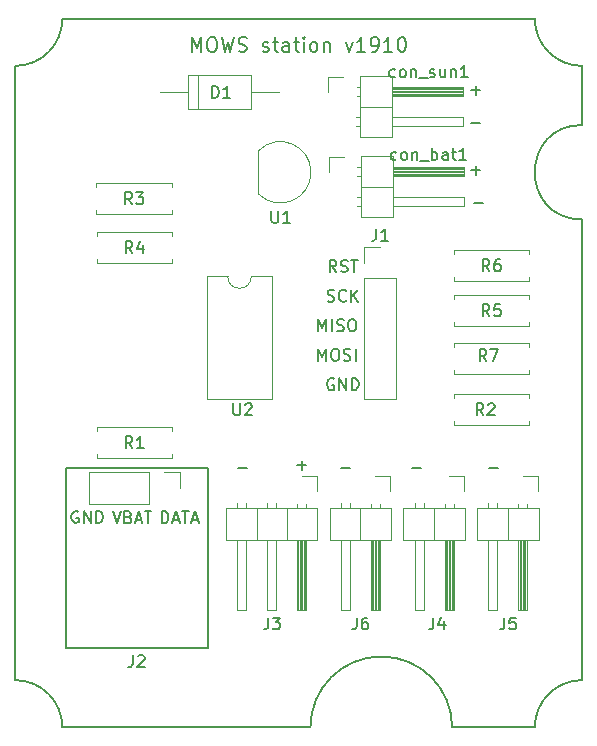
<source format=gbr>
G04 #@! TF.GenerationSoftware,KiCad,Pcbnew,5.1.4*
G04 #@! TF.CreationDate,2019-10-24T12:56:27-03:00*
G04 #@! TF.ProjectId,mows,6d6f7773-2e6b-4696-9361-645f70636258,rev?*
G04 #@! TF.SameCoordinates,Original*
G04 #@! TF.FileFunction,Legend,Top*
G04 #@! TF.FilePolarity,Positive*
%FSLAX46Y46*%
G04 Gerber Fmt 4.6, Leading zero omitted, Abs format (unit mm)*
G04 Created by KiCad (PCBNEW 5.1.4) date 2019-10-24 12:56:27*
%MOMM*%
%LPD*%
G04 APERTURE LIST*
%ADD10C,0.200000*%
%ADD11C,0.150000*%
%ADD12C,0.120000*%
G04 APERTURE END LIST*
D10*
X137971428Y-71792857D02*
X137971428Y-70592857D01*
X138371428Y-71450000D01*
X138771428Y-70592857D01*
X138771428Y-71792857D01*
X139571428Y-70592857D02*
X139800000Y-70592857D01*
X139914285Y-70650000D01*
X140028571Y-70764285D01*
X140085714Y-70992857D01*
X140085714Y-71392857D01*
X140028571Y-71621428D01*
X139914285Y-71735714D01*
X139800000Y-71792857D01*
X139571428Y-71792857D01*
X139457142Y-71735714D01*
X139342857Y-71621428D01*
X139285714Y-71392857D01*
X139285714Y-70992857D01*
X139342857Y-70764285D01*
X139457142Y-70650000D01*
X139571428Y-70592857D01*
X140485714Y-70592857D02*
X140771428Y-71792857D01*
X141000000Y-70935714D01*
X141228571Y-71792857D01*
X141514285Y-70592857D01*
X141914285Y-71735714D02*
X142085714Y-71792857D01*
X142371428Y-71792857D01*
X142485714Y-71735714D01*
X142542857Y-71678571D01*
X142600000Y-71564285D01*
X142600000Y-71450000D01*
X142542857Y-71335714D01*
X142485714Y-71278571D01*
X142371428Y-71221428D01*
X142142857Y-71164285D01*
X142028571Y-71107142D01*
X141971428Y-71050000D01*
X141914285Y-70935714D01*
X141914285Y-70821428D01*
X141971428Y-70707142D01*
X142028571Y-70650000D01*
X142142857Y-70592857D01*
X142428571Y-70592857D01*
X142600000Y-70650000D01*
X143971428Y-71735714D02*
X144085714Y-71792857D01*
X144314285Y-71792857D01*
X144428571Y-71735714D01*
X144485714Y-71621428D01*
X144485714Y-71564285D01*
X144428571Y-71450000D01*
X144314285Y-71392857D01*
X144142857Y-71392857D01*
X144028571Y-71335714D01*
X143971428Y-71221428D01*
X143971428Y-71164285D01*
X144028571Y-71050000D01*
X144142857Y-70992857D01*
X144314285Y-70992857D01*
X144428571Y-71050000D01*
X144828571Y-70992857D02*
X145285714Y-70992857D01*
X145000000Y-70592857D02*
X145000000Y-71621428D01*
X145057142Y-71735714D01*
X145171428Y-71792857D01*
X145285714Y-71792857D01*
X146200000Y-71792857D02*
X146200000Y-71164285D01*
X146142857Y-71050000D01*
X146028571Y-70992857D01*
X145800000Y-70992857D01*
X145685714Y-71050000D01*
X146200000Y-71735714D02*
X146085714Y-71792857D01*
X145800000Y-71792857D01*
X145685714Y-71735714D01*
X145628571Y-71621428D01*
X145628571Y-71507142D01*
X145685714Y-71392857D01*
X145800000Y-71335714D01*
X146085714Y-71335714D01*
X146200000Y-71278571D01*
X146600000Y-70992857D02*
X147057142Y-70992857D01*
X146771428Y-70592857D02*
X146771428Y-71621428D01*
X146828571Y-71735714D01*
X146942857Y-71792857D01*
X147057142Y-71792857D01*
X147457142Y-71792857D02*
X147457142Y-70992857D01*
X147457142Y-70592857D02*
X147400000Y-70650000D01*
X147457142Y-70707142D01*
X147514285Y-70650000D01*
X147457142Y-70592857D01*
X147457142Y-70707142D01*
X148200000Y-71792857D02*
X148085714Y-71735714D01*
X148028571Y-71678571D01*
X147971428Y-71564285D01*
X147971428Y-71221428D01*
X148028571Y-71107142D01*
X148085714Y-71050000D01*
X148200000Y-70992857D01*
X148371428Y-70992857D01*
X148485714Y-71050000D01*
X148542857Y-71107142D01*
X148600000Y-71221428D01*
X148600000Y-71564285D01*
X148542857Y-71678571D01*
X148485714Y-71735714D01*
X148371428Y-71792857D01*
X148200000Y-71792857D01*
X149114285Y-70992857D02*
X149114285Y-71792857D01*
X149114285Y-71107142D02*
X149171428Y-71050000D01*
X149285714Y-70992857D01*
X149457142Y-70992857D01*
X149571428Y-71050000D01*
X149628571Y-71164285D01*
X149628571Y-71792857D01*
X151000000Y-70992857D02*
X151285714Y-71792857D01*
X151571428Y-70992857D01*
X152657142Y-71792857D02*
X151971428Y-71792857D01*
X152314285Y-71792857D02*
X152314285Y-70592857D01*
X152200000Y-70764285D01*
X152085714Y-70878571D01*
X151971428Y-70935714D01*
X153228571Y-71792857D02*
X153457142Y-71792857D01*
X153571428Y-71735714D01*
X153628571Y-71678571D01*
X153742857Y-71507142D01*
X153800000Y-71278571D01*
X153800000Y-70821428D01*
X153742857Y-70707142D01*
X153685714Y-70650000D01*
X153571428Y-70592857D01*
X153342857Y-70592857D01*
X153228571Y-70650000D01*
X153171428Y-70707142D01*
X153114285Y-70821428D01*
X153114285Y-71107142D01*
X153171428Y-71221428D01*
X153228571Y-71278571D01*
X153342857Y-71335714D01*
X153571428Y-71335714D01*
X153685714Y-71278571D01*
X153742857Y-71221428D01*
X153800000Y-71107142D01*
X154942857Y-71792857D02*
X154257142Y-71792857D01*
X154600000Y-71792857D02*
X154600000Y-70592857D01*
X154485714Y-70764285D01*
X154371428Y-70878571D01*
X154257142Y-70935714D01*
X155685714Y-70592857D02*
X155800000Y-70592857D01*
X155914285Y-70650000D01*
X155971428Y-70707142D01*
X156028571Y-70821428D01*
X156085714Y-71050000D01*
X156085714Y-71335714D01*
X156028571Y-71564285D01*
X155971428Y-71678571D01*
X155914285Y-71735714D01*
X155800000Y-71792857D01*
X155685714Y-71792857D01*
X155571428Y-71735714D01*
X155514285Y-71678571D01*
X155457142Y-71564285D01*
X155400000Y-71335714D01*
X155400000Y-71050000D01*
X155457142Y-70821428D01*
X155514285Y-70707142D01*
X155571428Y-70650000D01*
X155685714Y-70592857D01*
D11*
X163119047Y-107071428D02*
X163880952Y-107071428D01*
X156619047Y-107071428D02*
X157380952Y-107071428D01*
X150619047Y-107071428D02*
X151380952Y-107071428D01*
X141869047Y-107071428D02*
X142630952Y-107071428D01*
X146869047Y-106821428D02*
X147630952Y-106821428D01*
X147250000Y-107202380D02*
X147250000Y-106440476D01*
X161619047Y-77821428D02*
X162380952Y-77821428D01*
X161869047Y-84571428D02*
X162630952Y-84571428D01*
X161619047Y-81821428D02*
X162380952Y-81821428D01*
X162000000Y-82202380D02*
X162000000Y-81440476D01*
X161619047Y-75071428D02*
X162380952Y-75071428D01*
X162000000Y-75452380D02*
X162000000Y-74690476D01*
X150202380Y-90452380D02*
X149869047Y-89976190D01*
X149630952Y-90452380D02*
X149630952Y-89452380D01*
X150011904Y-89452380D01*
X150107142Y-89500000D01*
X150154761Y-89547619D01*
X150202380Y-89642857D01*
X150202380Y-89785714D01*
X150154761Y-89880952D01*
X150107142Y-89928571D01*
X150011904Y-89976190D01*
X149630952Y-89976190D01*
X150583333Y-90404761D02*
X150726190Y-90452380D01*
X150964285Y-90452380D01*
X151059523Y-90404761D01*
X151107142Y-90357142D01*
X151154761Y-90261904D01*
X151154761Y-90166666D01*
X151107142Y-90071428D01*
X151059523Y-90023809D01*
X150964285Y-89976190D01*
X150773809Y-89928571D01*
X150678571Y-89880952D01*
X150630952Y-89833333D01*
X150583333Y-89738095D01*
X150583333Y-89642857D01*
X150630952Y-89547619D01*
X150678571Y-89500000D01*
X150773809Y-89452380D01*
X151011904Y-89452380D01*
X151154761Y-89500000D01*
X151440476Y-89452380D02*
X152011904Y-89452380D01*
X151726190Y-90452380D02*
X151726190Y-89452380D01*
X149464285Y-92904761D02*
X149607142Y-92952380D01*
X149845238Y-92952380D01*
X149940476Y-92904761D01*
X149988095Y-92857142D01*
X150035714Y-92761904D01*
X150035714Y-92666666D01*
X149988095Y-92571428D01*
X149940476Y-92523809D01*
X149845238Y-92476190D01*
X149654761Y-92428571D01*
X149559523Y-92380952D01*
X149511904Y-92333333D01*
X149464285Y-92238095D01*
X149464285Y-92142857D01*
X149511904Y-92047619D01*
X149559523Y-92000000D01*
X149654761Y-91952380D01*
X149892857Y-91952380D01*
X150035714Y-92000000D01*
X151035714Y-92857142D02*
X150988095Y-92904761D01*
X150845238Y-92952380D01*
X150750000Y-92952380D01*
X150607142Y-92904761D01*
X150511904Y-92809523D01*
X150464285Y-92714285D01*
X150416666Y-92523809D01*
X150416666Y-92380952D01*
X150464285Y-92190476D01*
X150511904Y-92095238D01*
X150607142Y-92000000D01*
X150750000Y-91952380D01*
X150845238Y-91952380D01*
X150988095Y-92000000D01*
X151035714Y-92047619D01*
X151464285Y-92952380D02*
X151464285Y-91952380D01*
X152035714Y-92952380D02*
X151607142Y-92380952D01*
X152035714Y-91952380D02*
X151464285Y-92523809D01*
X148678571Y-95452380D02*
X148678571Y-94452380D01*
X149011904Y-95166666D01*
X149345238Y-94452380D01*
X149345238Y-95452380D01*
X149821428Y-95452380D02*
X149821428Y-94452380D01*
X150250000Y-95404761D02*
X150392857Y-95452380D01*
X150630952Y-95452380D01*
X150726190Y-95404761D01*
X150773809Y-95357142D01*
X150821428Y-95261904D01*
X150821428Y-95166666D01*
X150773809Y-95071428D01*
X150726190Y-95023809D01*
X150630952Y-94976190D01*
X150440476Y-94928571D01*
X150345238Y-94880952D01*
X150297619Y-94833333D01*
X150250000Y-94738095D01*
X150250000Y-94642857D01*
X150297619Y-94547619D01*
X150345238Y-94500000D01*
X150440476Y-94452380D01*
X150678571Y-94452380D01*
X150821428Y-94500000D01*
X151440476Y-94452380D02*
X151630952Y-94452380D01*
X151726190Y-94500000D01*
X151821428Y-94595238D01*
X151869047Y-94785714D01*
X151869047Y-95119047D01*
X151821428Y-95309523D01*
X151726190Y-95404761D01*
X151630952Y-95452380D01*
X151440476Y-95452380D01*
X151345238Y-95404761D01*
X151250000Y-95309523D01*
X151202380Y-95119047D01*
X151202380Y-94785714D01*
X151250000Y-94595238D01*
X151345238Y-94500000D01*
X151440476Y-94452380D01*
X148678571Y-97952380D02*
X148678571Y-96952380D01*
X149011904Y-97666666D01*
X149345238Y-96952380D01*
X149345238Y-97952380D01*
X150011904Y-96952380D02*
X150202380Y-96952380D01*
X150297619Y-97000000D01*
X150392857Y-97095238D01*
X150440476Y-97285714D01*
X150440476Y-97619047D01*
X150392857Y-97809523D01*
X150297619Y-97904761D01*
X150202380Y-97952380D01*
X150011904Y-97952380D01*
X149916666Y-97904761D01*
X149821428Y-97809523D01*
X149773809Y-97619047D01*
X149773809Y-97285714D01*
X149821428Y-97095238D01*
X149916666Y-97000000D01*
X150011904Y-96952380D01*
X150821428Y-97904761D02*
X150964285Y-97952380D01*
X151202380Y-97952380D01*
X151297619Y-97904761D01*
X151345238Y-97857142D01*
X151392857Y-97761904D01*
X151392857Y-97666666D01*
X151345238Y-97571428D01*
X151297619Y-97523809D01*
X151202380Y-97476190D01*
X151011904Y-97428571D01*
X150916666Y-97380952D01*
X150869047Y-97333333D01*
X150821428Y-97238095D01*
X150821428Y-97142857D01*
X150869047Y-97047619D01*
X150916666Y-97000000D01*
X151011904Y-96952380D01*
X151250000Y-96952380D01*
X151392857Y-97000000D01*
X151821428Y-97952380D02*
X151821428Y-96952380D01*
X171000000Y-86000000D02*
X171000000Y-125000000D01*
X171000000Y-73000000D02*
X171000000Y-78000000D01*
X171000000Y-86000000D02*
G75*
G02X171000000Y-78000000I0J4000000D01*
G01*
X148000000Y-129000000D02*
G75*
G02X160000000Y-129000000I6000000J0D01*
G01*
X167000000Y-129000000D02*
X160000000Y-129000000D01*
X147000000Y-129000000D02*
X148000000Y-129000000D01*
X127000000Y-129000000D02*
X147000000Y-129000000D01*
X127300000Y-122250000D02*
X127300000Y-107050000D01*
X139300000Y-122250000D02*
X127300000Y-122250000D01*
X139300000Y-107050000D02*
X139300000Y-122250000D01*
X127300000Y-107050000D02*
X139300000Y-107050000D01*
X127000000Y-69000000D02*
X167000000Y-69000000D01*
X123000000Y-125000000D02*
X123000000Y-73000000D01*
X123000000Y-125000000D02*
G75*
G02X127000000Y-129000000I0J-4000000D01*
G01*
X127000000Y-69000000D02*
G75*
G02X123000000Y-73000000I-4000000J0D01*
G01*
X171000000Y-73000000D02*
G75*
G02X167000000Y-69000000I0J4000000D01*
G01*
X167000000Y-129000000D02*
G75*
G02X171000000Y-125000000I4000000J0D01*
G01*
X149988095Y-99500000D02*
X149892857Y-99452380D01*
X149750000Y-99452380D01*
X149607142Y-99500000D01*
X149511904Y-99595238D01*
X149464285Y-99690476D01*
X149416666Y-99880952D01*
X149416666Y-100023809D01*
X149464285Y-100214285D01*
X149511904Y-100309523D01*
X149607142Y-100404761D01*
X149750000Y-100452380D01*
X149845238Y-100452380D01*
X149988095Y-100404761D01*
X150035714Y-100357142D01*
X150035714Y-100023809D01*
X149845238Y-100023809D01*
X150464285Y-100452380D02*
X150464285Y-99452380D01*
X151035714Y-100452380D01*
X151035714Y-99452380D01*
X151511904Y-100452380D02*
X151511904Y-99452380D01*
X151750000Y-99452380D01*
X151892857Y-99500000D01*
X151988095Y-99595238D01*
X152035714Y-99690476D01*
X152083333Y-99880952D01*
X152083333Y-100023809D01*
X152035714Y-100214285D01*
X151988095Y-100309523D01*
X151892857Y-100404761D01*
X151750000Y-100452380D01*
X151511904Y-100452380D01*
X135414000Y-111716380D02*
X135414000Y-110716380D01*
X135652095Y-110716380D01*
X135794952Y-110764000D01*
X135890190Y-110859238D01*
X135937809Y-110954476D01*
X135985428Y-111144952D01*
X135985428Y-111287809D01*
X135937809Y-111478285D01*
X135890190Y-111573523D01*
X135794952Y-111668761D01*
X135652095Y-111716380D01*
X135414000Y-111716380D01*
X136366380Y-111430666D02*
X136842571Y-111430666D01*
X136271142Y-111716380D02*
X136604476Y-110716380D01*
X136937809Y-111716380D01*
X137128285Y-110716380D02*
X137699714Y-110716380D01*
X137414000Y-111716380D02*
X137414000Y-110716380D01*
X137985428Y-111430666D02*
X138461619Y-111430666D01*
X137890190Y-111716380D02*
X138223523Y-110716380D01*
X138556857Y-111716380D01*
X131257142Y-110716380D02*
X131590476Y-111716380D01*
X131923809Y-110716380D01*
X132590476Y-111192571D02*
X132733333Y-111240190D01*
X132780952Y-111287809D01*
X132828571Y-111383047D01*
X132828571Y-111525904D01*
X132780952Y-111621142D01*
X132733333Y-111668761D01*
X132638095Y-111716380D01*
X132257142Y-111716380D01*
X132257142Y-110716380D01*
X132590476Y-110716380D01*
X132685714Y-110764000D01*
X132733333Y-110811619D01*
X132780952Y-110906857D01*
X132780952Y-111002095D01*
X132733333Y-111097333D01*
X132685714Y-111144952D01*
X132590476Y-111192571D01*
X132257142Y-111192571D01*
X133209523Y-111430666D02*
X133685714Y-111430666D01*
X133114285Y-111716380D02*
X133447619Y-110716380D01*
X133780952Y-111716380D01*
X133971428Y-110716380D02*
X134542857Y-110716380D01*
X134257142Y-111716380D02*
X134257142Y-110716380D01*
X128338095Y-110750000D02*
X128242857Y-110702380D01*
X128100000Y-110702380D01*
X127957142Y-110750000D01*
X127861904Y-110845238D01*
X127814285Y-110940476D01*
X127766666Y-111130952D01*
X127766666Y-111273809D01*
X127814285Y-111464285D01*
X127861904Y-111559523D01*
X127957142Y-111654761D01*
X128100000Y-111702380D01*
X128195238Y-111702380D01*
X128338095Y-111654761D01*
X128385714Y-111607142D01*
X128385714Y-111273809D01*
X128195238Y-111273809D01*
X128814285Y-111702380D02*
X128814285Y-110702380D01*
X129385714Y-111702380D01*
X129385714Y-110702380D01*
X129861904Y-111702380D02*
X129861904Y-110702380D01*
X130100000Y-110702380D01*
X130242857Y-110750000D01*
X130338095Y-110845238D01*
X130385714Y-110940476D01*
X130433333Y-111130952D01*
X130433333Y-111273809D01*
X130385714Y-111464285D01*
X130338095Y-111559523D01*
X130242857Y-111654761D01*
X130100000Y-111702380D01*
X129861904Y-111702380D01*
D12*
X148520000Y-107730000D02*
X148520000Y-109000000D01*
X147250000Y-107730000D02*
X148520000Y-107730000D01*
X141790000Y-110042929D02*
X141790000Y-110440000D01*
X142550000Y-110042929D02*
X142550000Y-110440000D01*
X141790000Y-119100000D02*
X141790000Y-113100000D01*
X142550000Y-119100000D02*
X141790000Y-119100000D01*
X142550000Y-113100000D02*
X142550000Y-119100000D01*
X143440000Y-110440000D02*
X143440000Y-113100000D01*
X144330000Y-110042929D02*
X144330000Y-110440000D01*
X145090000Y-110042929D02*
X145090000Y-110440000D01*
X144330000Y-119100000D02*
X144330000Y-113100000D01*
X145090000Y-119100000D02*
X144330000Y-119100000D01*
X145090000Y-113100000D02*
X145090000Y-119100000D01*
X145980000Y-110440000D02*
X145980000Y-113100000D01*
X146870000Y-110110000D02*
X146870000Y-110440000D01*
X147630000Y-110110000D02*
X147630000Y-110440000D01*
X146970000Y-113100000D02*
X146970000Y-119100000D01*
X147090000Y-113100000D02*
X147090000Y-119100000D01*
X147210000Y-113100000D02*
X147210000Y-119100000D01*
X147330000Y-113100000D02*
X147330000Y-119100000D01*
X147450000Y-113100000D02*
X147450000Y-119100000D01*
X147570000Y-113100000D02*
X147570000Y-119100000D01*
X146870000Y-119100000D02*
X146870000Y-113100000D01*
X147630000Y-119100000D02*
X146870000Y-119100000D01*
X147630000Y-113100000D02*
X147630000Y-119100000D01*
X148580000Y-113100000D02*
X148580000Y-110440000D01*
X140840000Y-113100000D02*
X148580000Y-113100000D01*
X140840000Y-110440000D02*
X140840000Y-113100000D01*
X148580000Y-110440000D02*
X140840000Y-110440000D01*
X143616022Y-83844978D02*
G75*
G03X148054500Y-82006500I1838478J1838478D01*
G01*
X143616022Y-80168022D02*
G75*
G02X148054500Y-82006500I1838478J-1838478D01*
G01*
X143604500Y-80206500D02*
X143604500Y-83806500D01*
X138491000Y-73802000D02*
X138491000Y-76622000D01*
X145381000Y-75212000D02*
X142971000Y-75212000D01*
X135241000Y-75212000D02*
X137651000Y-75212000D01*
X142971000Y-73802000D02*
X137651000Y-73802000D01*
X142971000Y-76622000D02*
X142971000Y-73802000D01*
X137651000Y-76622000D02*
X142971000Y-76622000D01*
X137651000Y-73802000D02*
X137651000Y-76622000D01*
X129862000Y-82940000D02*
X129862000Y-83270000D01*
X136282000Y-82940000D02*
X129862000Y-82940000D01*
X136282000Y-83270000D02*
X136282000Y-82940000D01*
X129862000Y-85560000D02*
X129862000Y-85230000D01*
X136282000Y-85560000D02*
X129862000Y-85560000D01*
X136282000Y-85230000D02*
X136282000Y-85560000D01*
X129894000Y-87094000D02*
X129894000Y-87424000D01*
X136314000Y-87094000D02*
X129894000Y-87094000D01*
X136314000Y-87424000D02*
X136314000Y-87094000D01*
X129894000Y-89714000D02*
X129894000Y-89384000D01*
X136314000Y-89714000D02*
X129894000Y-89714000D01*
X136314000Y-89384000D02*
X136314000Y-89714000D01*
X149531200Y-73911520D02*
X150801200Y-73911520D01*
X149531200Y-75181520D02*
X149531200Y-73911520D01*
X151844129Y-78101520D02*
X152241200Y-78101520D01*
X151844129Y-77341520D02*
X152241200Y-77341520D01*
X160901200Y-78101520D02*
X154901200Y-78101520D01*
X160901200Y-77341520D02*
X160901200Y-78101520D01*
X154901200Y-77341520D02*
X160901200Y-77341520D01*
X152241200Y-76451520D02*
X154901200Y-76451520D01*
X151911200Y-75561520D02*
X152241200Y-75561520D01*
X151911200Y-74801520D02*
X152241200Y-74801520D01*
X154901200Y-75461520D02*
X160901200Y-75461520D01*
X154901200Y-75341520D02*
X160901200Y-75341520D01*
X154901200Y-75221520D02*
X160901200Y-75221520D01*
X154901200Y-75101520D02*
X160901200Y-75101520D01*
X154901200Y-74981520D02*
X160901200Y-74981520D01*
X154901200Y-74861520D02*
X160901200Y-74861520D01*
X160901200Y-75561520D02*
X154901200Y-75561520D01*
X160901200Y-74801520D02*
X160901200Y-75561520D01*
X154901200Y-74801520D02*
X160901200Y-74801520D01*
X154901200Y-73851520D02*
X152241200Y-73851520D01*
X154901200Y-79051520D02*
X154901200Y-73851520D01*
X152241200Y-79051520D02*
X154901200Y-79051520D01*
X152241200Y-73851520D02*
X152241200Y-79051520D01*
X152312320Y-80618080D02*
X152312320Y-85818080D01*
X152312320Y-85818080D02*
X154972320Y-85818080D01*
X154972320Y-85818080D02*
X154972320Y-80618080D01*
X154972320Y-80618080D02*
X152312320Y-80618080D01*
X154972320Y-81568080D02*
X160972320Y-81568080D01*
X160972320Y-81568080D02*
X160972320Y-82328080D01*
X160972320Y-82328080D02*
X154972320Y-82328080D01*
X154972320Y-81628080D02*
X160972320Y-81628080D01*
X154972320Y-81748080D02*
X160972320Y-81748080D01*
X154972320Y-81868080D02*
X160972320Y-81868080D01*
X154972320Y-81988080D02*
X160972320Y-81988080D01*
X154972320Y-82108080D02*
X160972320Y-82108080D01*
X154972320Y-82228080D02*
X160972320Y-82228080D01*
X151982320Y-81568080D02*
X152312320Y-81568080D01*
X151982320Y-82328080D02*
X152312320Y-82328080D01*
X152312320Y-83218080D02*
X154972320Y-83218080D01*
X154972320Y-84108080D02*
X160972320Y-84108080D01*
X160972320Y-84108080D02*
X160972320Y-84868080D01*
X160972320Y-84868080D02*
X154972320Y-84868080D01*
X151915249Y-84108080D02*
X152312320Y-84108080D01*
X151915249Y-84868080D02*
X152312320Y-84868080D01*
X149602320Y-81948080D02*
X149602320Y-80678080D01*
X149602320Y-80678080D02*
X150872320Y-80678080D01*
X152570000Y-88360000D02*
X153900000Y-88360000D01*
X152570000Y-89690000D02*
X152570000Y-88360000D01*
X152570000Y-90960000D02*
X155230000Y-90960000D01*
X155230000Y-90960000D02*
X155230000Y-101180000D01*
X152570000Y-90960000D02*
X152570000Y-101180000D01*
X152570000Y-101180000D02*
X155230000Y-101180000D01*
X160120000Y-100810000D02*
X160120000Y-101140000D01*
X166540000Y-100810000D02*
X160120000Y-100810000D01*
X166540000Y-101140000D02*
X166540000Y-100810000D01*
X160120000Y-103430000D02*
X160120000Y-103100000D01*
X166540000Y-103430000D02*
X160120000Y-103430000D01*
X166540000Y-103100000D02*
X166540000Y-103430000D01*
X154770000Y-107730000D02*
X154770000Y-109000000D01*
X153500000Y-107730000D02*
X154770000Y-107730000D01*
X150580000Y-110042929D02*
X150580000Y-110440000D01*
X151340000Y-110042929D02*
X151340000Y-110440000D01*
X150580000Y-119100000D02*
X150580000Y-113100000D01*
X151340000Y-119100000D02*
X150580000Y-119100000D01*
X151340000Y-113100000D02*
X151340000Y-119100000D01*
X152230000Y-110440000D02*
X152230000Y-113100000D01*
X153120000Y-110110000D02*
X153120000Y-110440000D01*
X153880000Y-110110000D02*
X153880000Y-110440000D01*
X153220000Y-113100000D02*
X153220000Y-119100000D01*
X153340000Y-113100000D02*
X153340000Y-119100000D01*
X153460000Y-113100000D02*
X153460000Y-119100000D01*
X153580000Y-113100000D02*
X153580000Y-119100000D01*
X153700000Y-113100000D02*
X153700000Y-119100000D01*
X153820000Y-113100000D02*
X153820000Y-119100000D01*
X153120000Y-119100000D02*
X153120000Y-113100000D01*
X153880000Y-119100000D02*
X153120000Y-119100000D01*
X153880000Y-113100000D02*
X153880000Y-119100000D01*
X154830000Y-113100000D02*
X154830000Y-110440000D01*
X149630000Y-113100000D02*
X154830000Y-113100000D01*
X149630000Y-110440000D02*
X149630000Y-113100000D01*
X154830000Y-110440000D02*
X149630000Y-110440000D01*
X142994000Y-90824000D02*
G75*
G02X140994000Y-90824000I-1000000J0D01*
G01*
X144764000Y-90824000D02*
X142994000Y-90824000D01*
X144764000Y-101224000D02*
X144764000Y-90824000D01*
X139224000Y-101224000D02*
X144764000Y-101224000D01*
X139224000Y-90824000D02*
X139224000Y-101224000D01*
X140994000Y-90824000D02*
X139224000Y-90824000D01*
X160120000Y-96492000D02*
X160120000Y-96822000D01*
X166540000Y-96492000D02*
X160120000Y-96492000D01*
X166540000Y-96822000D02*
X166540000Y-96492000D01*
X160120000Y-99112000D02*
X160120000Y-98782000D01*
X166540000Y-99112000D02*
X160120000Y-99112000D01*
X166540000Y-98782000D02*
X166540000Y-99112000D01*
X160120000Y-92428000D02*
X160120000Y-92758000D01*
X166540000Y-92428000D02*
X160120000Y-92428000D01*
X166540000Y-92758000D02*
X166540000Y-92428000D01*
X160120000Y-95048000D02*
X160120000Y-94718000D01*
X166540000Y-95048000D02*
X160120000Y-95048000D01*
X166540000Y-94718000D02*
X166540000Y-95048000D01*
X160120000Y-88618000D02*
X160120000Y-88948000D01*
X166540000Y-88618000D02*
X160120000Y-88618000D01*
X166540000Y-88948000D02*
X166540000Y-88618000D01*
X160120000Y-91238000D02*
X160120000Y-90908000D01*
X166540000Y-91238000D02*
X160120000Y-91238000D01*
X166540000Y-90908000D02*
X166540000Y-91238000D01*
X129894000Y-103604000D02*
X129894000Y-103934000D01*
X136314000Y-103604000D02*
X129894000Y-103604000D01*
X136314000Y-103934000D02*
X136314000Y-103604000D01*
X129894000Y-106224000D02*
X129894000Y-105894000D01*
X136314000Y-106224000D02*
X129894000Y-106224000D01*
X136314000Y-105894000D02*
X136314000Y-106224000D01*
X136974000Y-107394000D02*
X136974000Y-108724000D01*
X135644000Y-107394000D02*
X136974000Y-107394000D01*
X134374000Y-107394000D02*
X134374000Y-110054000D01*
X134374000Y-110054000D02*
X129234000Y-110054000D01*
X134374000Y-107394000D02*
X129234000Y-107394000D01*
X129234000Y-107394000D02*
X129234000Y-110054000D01*
X161080000Y-110440000D02*
X155880000Y-110440000D01*
X155880000Y-110440000D02*
X155880000Y-113100000D01*
X155880000Y-113100000D02*
X161080000Y-113100000D01*
X161080000Y-113100000D02*
X161080000Y-110440000D01*
X160130000Y-113100000D02*
X160130000Y-119100000D01*
X160130000Y-119100000D02*
X159370000Y-119100000D01*
X159370000Y-119100000D02*
X159370000Y-113100000D01*
X160070000Y-113100000D02*
X160070000Y-119100000D01*
X159950000Y-113100000D02*
X159950000Y-119100000D01*
X159830000Y-113100000D02*
X159830000Y-119100000D01*
X159710000Y-113100000D02*
X159710000Y-119100000D01*
X159590000Y-113100000D02*
X159590000Y-119100000D01*
X159470000Y-113100000D02*
X159470000Y-119100000D01*
X160130000Y-110110000D02*
X160130000Y-110440000D01*
X159370000Y-110110000D02*
X159370000Y-110440000D01*
X158480000Y-110440000D02*
X158480000Y-113100000D01*
X157590000Y-113100000D02*
X157590000Y-119100000D01*
X157590000Y-119100000D02*
X156830000Y-119100000D01*
X156830000Y-119100000D02*
X156830000Y-113100000D01*
X157590000Y-110042929D02*
X157590000Y-110440000D01*
X156830000Y-110042929D02*
X156830000Y-110440000D01*
X159750000Y-107730000D02*
X161020000Y-107730000D01*
X161020000Y-107730000D02*
X161020000Y-109000000D01*
X167270000Y-107730000D02*
X167270000Y-109000000D01*
X166000000Y-107730000D02*
X167270000Y-107730000D01*
X163080000Y-110042929D02*
X163080000Y-110440000D01*
X163840000Y-110042929D02*
X163840000Y-110440000D01*
X163080000Y-119100000D02*
X163080000Y-113100000D01*
X163840000Y-119100000D02*
X163080000Y-119100000D01*
X163840000Y-113100000D02*
X163840000Y-119100000D01*
X164730000Y-110440000D02*
X164730000Y-113100000D01*
X165620000Y-110110000D02*
X165620000Y-110440000D01*
X166380000Y-110110000D02*
X166380000Y-110440000D01*
X165720000Y-113100000D02*
X165720000Y-119100000D01*
X165840000Y-113100000D02*
X165840000Y-119100000D01*
X165960000Y-113100000D02*
X165960000Y-119100000D01*
X166080000Y-113100000D02*
X166080000Y-119100000D01*
X166200000Y-113100000D02*
X166200000Y-119100000D01*
X166320000Y-113100000D02*
X166320000Y-119100000D01*
X165620000Y-119100000D02*
X165620000Y-113100000D01*
X166380000Y-119100000D02*
X165620000Y-119100000D01*
X166380000Y-113100000D02*
X166380000Y-119100000D01*
X167330000Y-113100000D02*
X167330000Y-110440000D01*
X162130000Y-113100000D02*
X167330000Y-113100000D01*
X162130000Y-110440000D02*
X162130000Y-113100000D01*
X167330000Y-110440000D02*
X162130000Y-110440000D01*
D11*
X144416666Y-119702380D02*
X144416666Y-120416666D01*
X144369047Y-120559523D01*
X144273809Y-120654761D01*
X144130952Y-120702380D01*
X144035714Y-120702380D01*
X144797619Y-119702380D02*
X145416666Y-119702380D01*
X145083333Y-120083333D01*
X145226190Y-120083333D01*
X145321428Y-120130952D01*
X145369047Y-120178571D01*
X145416666Y-120273809D01*
X145416666Y-120511904D01*
X145369047Y-120607142D01*
X145321428Y-120654761D01*
X145226190Y-120702380D01*
X144940476Y-120702380D01*
X144845238Y-120654761D01*
X144797619Y-120607142D01*
X144692595Y-85268880D02*
X144692595Y-86078404D01*
X144740214Y-86173642D01*
X144787833Y-86221261D01*
X144883071Y-86268880D01*
X145073547Y-86268880D01*
X145168785Y-86221261D01*
X145216404Y-86173642D01*
X145264023Y-86078404D01*
X145264023Y-85268880D01*
X146264023Y-86268880D02*
X145692595Y-86268880D01*
X145978309Y-86268880D02*
X145978309Y-85268880D01*
X145883071Y-85411738D01*
X145787833Y-85506976D01*
X145692595Y-85554595D01*
X139682404Y-75701880D02*
X139682404Y-74701880D01*
X139920500Y-74701880D01*
X140063357Y-74749500D01*
X140158595Y-74844738D01*
X140206214Y-74939976D01*
X140253833Y-75130452D01*
X140253833Y-75273309D01*
X140206214Y-75463785D01*
X140158595Y-75559023D01*
X140063357Y-75654261D01*
X139920500Y-75701880D01*
X139682404Y-75701880D01*
X141206214Y-75701880D02*
X140634785Y-75701880D01*
X140920500Y-75701880D02*
X140920500Y-74701880D01*
X140825261Y-74844738D01*
X140730023Y-74939976D01*
X140634785Y-74987595D01*
X132905333Y-84702380D02*
X132572000Y-84226190D01*
X132333904Y-84702380D02*
X132333904Y-83702380D01*
X132714857Y-83702380D01*
X132810095Y-83750000D01*
X132857714Y-83797619D01*
X132905333Y-83892857D01*
X132905333Y-84035714D01*
X132857714Y-84130952D01*
X132810095Y-84178571D01*
X132714857Y-84226190D01*
X132333904Y-84226190D01*
X133238666Y-83702380D02*
X133857714Y-83702380D01*
X133524380Y-84083333D01*
X133667238Y-84083333D01*
X133762476Y-84130952D01*
X133810095Y-84178571D01*
X133857714Y-84273809D01*
X133857714Y-84511904D01*
X133810095Y-84607142D01*
X133762476Y-84654761D01*
X133667238Y-84702380D01*
X133381523Y-84702380D01*
X133286285Y-84654761D01*
X133238666Y-84607142D01*
X132937333Y-88856380D02*
X132604000Y-88380190D01*
X132365904Y-88856380D02*
X132365904Y-87856380D01*
X132746857Y-87856380D01*
X132842095Y-87904000D01*
X132889714Y-87951619D01*
X132937333Y-88046857D01*
X132937333Y-88189714D01*
X132889714Y-88284952D01*
X132842095Y-88332571D01*
X132746857Y-88380190D01*
X132365904Y-88380190D01*
X133794476Y-88189714D02*
X133794476Y-88856380D01*
X133556380Y-87808761D02*
X133318285Y-88523047D01*
X133937333Y-88523047D01*
X155166666Y-73904761D02*
X155071428Y-73952380D01*
X154880952Y-73952380D01*
X154785714Y-73904761D01*
X154738095Y-73857142D01*
X154690476Y-73761904D01*
X154690476Y-73476190D01*
X154738095Y-73380952D01*
X154785714Y-73333333D01*
X154880952Y-73285714D01*
X155071428Y-73285714D01*
X155166666Y-73333333D01*
X155738095Y-73952380D02*
X155642857Y-73904761D01*
X155595238Y-73857142D01*
X155547619Y-73761904D01*
X155547619Y-73476190D01*
X155595238Y-73380952D01*
X155642857Y-73333333D01*
X155738095Y-73285714D01*
X155880952Y-73285714D01*
X155976190Y-73333333D01*
X156023809Y-73380952D01*
X156071428Y-73476190D01*
X156071428Y-73761904D01*
X156023809Y-73857142D01*
X155976190Y-73904761D01*
X155880952Y-73952380D01*
X155738095Y-73952380D01*
X156500000Y-73285714D02*
X156500000Y-73952380D01*
X156500000Y-73380952D02*
X156547619Y-73333333D01*
X156642857Y-73285714D01*
X156785714Y-73285714D01*
X156880952Y-73333333D01*
X156928571Y-73428571D01*
X156928571Y-73952380D01*
X157166666Y-74047619D02*
X157928571Y-74047619D01*
X158119047Y-73904761D02*
X158214285Y-73952380D01*
X158404761Y-73952380D01*
X158500000Y-73904761D01*
X158547619Y-73809523D01*
X158547619Y-73761904D01*
X158500000Y-73666666D01*
X158404761Y-73619047D01*
X158261904Y-73619047D01*
X158166666Y-73571428D01*
X158119047Y-73476190D01*
X158119047Y-73428571D01*
X158166666Y-73333333D01*
X158261904Y-73285714D01*
X158404761Y-73285714D01*
X158500000Y-73333333D01*
X159404761Y-73285714D02*
X159404761Y-73952380D01*
X158976190Y-73285714D02*
X158976190Y-73809523D01*
X159023809Y-73904761D01*
X159119047Y-73952380D01*
X159261904Y-73952380D01*
X159357142Y-73904761D01*
X159404761Y-73857142D01*
X159880952Y-73285714D02*
X159880952Y-73952380D01*
X159880952Y-73380952D02*
X159928571Y-73333333D01*
X160023809Y-73285714D01*
X160166666Y-73285714D01*
X160261904Y-73333333D01*
X160309523Y-73428571D01*
X160309523Y-73952380D01*
X161309523Y-73952380D02*
X160738095Y-73952380D01*
X161023809Y-73952380D02*
X161023809Y-72952380D01*
X160928571Y-73095238D01*
X160833333Y-73190476D01*
X160738095Y-73238095D01*
X155285714Y-80904761D02*
X155190476Y-80952380D01*
X155000000Y-80952380D01*
X154904761Y-80904761D01*
X154857142Y-80857142D01*
X154809523Y-80761904D01*
X154809523Y-80476190D01*
X154857142Y-80380952D01*
X154904761Y-80333333D01*
X155000000Y-80285714D01*
X155190476Y-80285714D01*
X155285714Y-80333333D01*
X155857142Y-80952380D02*
X155761904Y-80904761D01*
X155714285Y-80857142D01*
X155666666Y-80761904D01*
X155666666Y-80476190D01*
X155714285Y-80380952D01*
X155761904Y-80333333D01*
X155857142Y-80285714D01*
X156000000Y-80285714D01*
X156095238Y-80333333D01*
X156142857Y-80380952D01*
X156190476Y-80476190D01*
X156190476Y-80761904D01*
X156142857Y-80857142D01*
X156095238Y-80904761D01*
X156000000Y-80952380D01*
X155857142Y-80952380D01*
X156619047Y-80285714D02*
X156619047Y-80952380D01*
X156619047Y-80380952D02*
X156666666Y-80333333D01*
X156761904Y-80285714D01*
X156904761Y-80285714D01*
X157000000Y-80333333D01*
X157047619Y-80428571D01*
X157047619Y-80952380D01*
X157285714Y-81047619D02*
X158047619Y-81047619D01*
X158285714Y-80952380D02*
X158285714Y-79952380D01*
X158285714Y-80333333D02*
X158380952Y-80285714D01*
X158571428Y-80285714D01*
X158666666Y-80333333D01*
X158714285Y-80380952D01*
X158761904Y-80476190D01*
X158761904Y-80761904D01*
X158714285Y-80857142D01*
X158666666Y-80904761D01*
X158571428Y-80952380D01*
X158380952Y-80952380D01*
X158285714Y-80904761D01*
X159619047Y-80952380D02*
X159619047Y-80428571D01*
X159571428Y-80333333D01*
X159476190Y-80285714D01*
X159285714Y-80285714D01*
X159190476Y-80333333D01*
X159619047Y-80904761D02*
X159523809Y-80952380D01*
X159285714Y-80952380D01*
X159190476Y-80904761D01*
X159142857Y-80809523D01*
X159142857Y-80714285D01*
X159190476Y-80619047D01*
X159285714Y-80571428D01*
X159523809Y-80571428D01*
X159619047Y-80523809D01*
X159952380Y-80285714D02*
X160333333Y-80285714D01*
X160095238Y-79952380D02*
X160095238Y-80809523D01*
X160142857Y-80904761D01*
X160238095Y-80952380D01*
X160333333Y-80952380D01*
X161190476Y-80952380D02*
X160619047Y-80952380D01*
X160904761Y-80952380D02*
X160904761Y-79952380D01*
X160809523Y-80095238D01*
X160714285Y-80190476D01*
X160619047Y-80238095D01*
X153566666Y-86812380D02*
X153566666Y-87526666D01*
X153519047Y-87669523D01*
X153423809Y-87764761D01*
X153280952Y-87812380D01*
X153185714Y-87812380D01*
X154566666Y-87812380D02*
X153995238Y-87812380D01*
X154280952Y-87812380D02*
X154280952Y-86812380D01*
X154185714Y-86955238D01*
X154090476Y-87050476D01*
X153995238Y-87098095D01*
X162655333Y-102572380D02*
X162322000Y-102096190D01*
X162083904Y-102572380D02*
X162083904Y-101572380D01*
X162464857Y-101572380D01*
X162560095Y-101620000D01*
X162607714Y-101667619D01*
X162655333Y-101762857D01*
X162655333Y-101905714D01*
X162607714Y-102000952D01*
X162560095Y-102048571D01*
X162464857Y-102096190D01*
X162083904Y-102096190D01*
X163036285Y-101667619D02*
X163083904Y-101620000D01*
X163179142Y-101572380D01*
X163417238Y-101572380D01*
X163512476Y-101620000D01*
X163560095Y-101667619D01*
X163607714Y-101762857D01*
X163607714Y-101858095D01*
X163560095Y-102000952D01*
X162988666Y-102572380D01*
X163607714Y-102572380D01*
X151916666Y-119702380D02*
X151916666Y-120416666D01*
X151869047Y-120559523D01*
X151773809Y-120654761D01*
X151630952Y-120702380D01*
X151535714Y-120702380D01*
X152821428Y-119702380D02*
X152630952Y-119702380D01*
X152535714Y-119750000D01*
X152488095Y-119797619D01*
X152392857Y-119940476D01*
X152345238Y-120130952D01*
X152345238Y-120511904D01*
X152392857Y-120607142D01*
X152440476Y-120654761D01*
X152535714Y-120702380D01*
X152726190Y-120702380D01*
X152821428Y-120654761D01*
X152869047Y-120607142D01*
X152916666Y-120511904D01*
X152916666Y-120273809D01*
X152869047Y-120178571D01*
X152821428Y-120130952D01*
X152726190Y-120083333D01*
X152535714Y-120083333D01*
X152440476Y-120130952D01*
X152392857Y-120178571D01*
X152345238Y-120273809D01*
X141486095Y-101572380D02*
X141486095Y-102381904D01*
X141533714Y-102477142D01*
X141581333Y-102524761D01*
X141676571Y-102572380D01*
X141867047Y-102572380D01*
X141962285Y-102524761D01*
X142009904Y-102477142D01*
X142057523Y-102381904D01*
X142057523Y-101572380D01*
X142486095Y-101667619D02*
X142533714Y-101620000D01*
X142628952Y-101572380D01*
X142867047Y-101572380D01*
X142962285Y-101620000D01*
X143009904Y-101667619D01*
X143057523Y-101762857D01*
X143057523Y-101858095D01*
X143009904Y-102000952D01*
X142438476Y-102572380D01*
X143057523Y-102572380D01*
X162909333Y-98000380D02*
X162576000Y-97524190D01*
X162337904Y-98000380D02*
X162337904Y-97000380D01*
X162718857Y-97000380D01*
X162814095Y-97048000D01*
X162861714Y-97095619D01*
X162909333Y-97190857D01*
X162909333Y-97333714D01*
X162861714Y-97428952D01*
X162814095Y-97476571D01*
X162718857Y-97524190D01*
X162337904Y-97524190D01*
X163242666Y-97000380D02*
X163909333Y-97000380D01*
X163480761Y-98000380D01*
X163163333Y-94190380D02*
X162830000Y-93714190D01*
X162591904Y-94190380D02*
X162591904Y-93190380D01*
X162972857Y-93190380D01*
X163068095Y-93238000D01*
X163115714Y-93285619D01*
X163163333Y-93380857D01*
X163163333Y-93523714D01*
X163115714Y-93618952D01*
X163068095Y-93666571D01*
X162972857Y-93714190D01*
X162591904Y-93714190D01*
X164068095Y-93190380D02*
X163591904Y-93190380D01*
X163544285Y-93666571D01*
X163591904Y-93618952D01*
X163687142Y-93571333D01*
X163925238Y-93571333D01*
X164020476Y-93618952D01*
X164068095Y-93666571D01*
X164115714Y-93761809D01*
X164115714Y-93999904D01*
X164068095Y-94095142D01*
X164020476Y-94142761D01*
X163925238Y-94190380D01*
X163687142Y-94190380D01*
X163591904Y-94142761D01*
X163544285Y-94095142D01*
X163163333Y-90380380D02*
X162830000Y-89904190D01*
X162591904Y-90380380D02*
X162591904Y-89380380D01*
X162972857Y-89380380D01*
X163068095Y-89428000D01*
X163115714Y-89475619D01*
X163163333Y-89570857D01*
X163163333Y-89713714D01*
X163115714Y-89808952D01*
X163068095Y-89856571D01*
X162972857Y-89904190D01*
X162591904Y-89904190D01*
X164020476Y-89380380D02*
X163830000Y-89380380D01*
X163734761Y-89428000D01*
X163687142Y-89475619D01*
X163591904Y-89618476D01*
X163544285Y-89808952D01*
X163544285Y-90189904D01*
X163591904Y-90285142D01*
X163639523Y-90332761D01*
X163734761Y-90380380D01*
X163925238Y-90380380D01*
X164020476Y-90332761D01*
X164068095Y-90285142D01*
X164115714Y-90189904D01*
X164115714Y-89951809D01*
X164068095Y-89856571D01*
X164020476Y-89808952D01*
X163925238Y-89761333D01*
X163734761Y-89761333D01*
X163639523Y-89808952D01*
X163591904Y-89856571D01*
X163544285Y-89951809D01*
X132937333Y-105366380D02*
X132604000Y-104890190D01*
X132365904Y-105366380D02*
X132365904Y-104366380D01*
X132746857Y-104366380D01*
X132842095Y-104414000D01*
X132889714Y-104461619D01*
X132937333Y-104556857D01*
X132937333Y-104699714D01*
X132889714Y-104794952D01*
X132842095Y-104842571D01*
X132746857Y-104890190D01*
X132365904Y-104890190D01*
X133889714Y-105366380D02*
X133318285Y-105366380D01*
X133604000Y-105366380D02*
X133604000Y-104366380D01*
X133508761Y-104509238D01*
X133413523Y-104604476D01*
X133318285Y-104652095D01*
X132966666Y-122902380D02*
X132966666Y-123616666D01*
X132919047Y-123759523D01*
X132823809Y-123854761D01*
X132680952Y-123902380D01*
X132585714Y-123902380D01*
X133395238Y-122997619D02*
X133442857Y-122950000D01*
X133538095Y-122902380D01*
X133776190Y-122902380D01*
X133871428Y-122950000D01*
X133919047Y-122997619D01*
X133966666Y-123092857D01*
X133966666Y-123188095D01*
X133919047Y-123330952D01*
X133347619Y-123902380D01*
X133966666Y-123902380D01*
X158416666Y-119702380D02*
X158416666Y-120416666D01*
X158369047Y-120559523D01*
X158273809Y-120654761D01*
X158130952Y-120702380D01*
X158035714Y-120702380D01*
X159321428Y-120035714D02*
X159321428Y-120702380D01*
X159083333Y-119654761D02*
X158845238Y-120369047D01*
X159464285Y-120369047D01*
X164416666Y-119702380D02*
X164416666Y-120416666D01*
X164369047Y-120559523D01*
X164273809Y-120654761D01*
X164130952Y-120702380D01*
X164035714Y-120702380D01*
X165369047Y-119702380D02*
X164892857Y-119702380D01*
X164845238Y-120178571D01*
X164892857Y-120130952D01*
X164988095Y-120083333D01*
X165226190Y-120083333D01*
X165321428Y-120130952D01*
X165369047Y-120178571D01*
X165416666Y-120273809D01*
X165416666Y-120511904D01*
X165369047Y-120607142D01*
X165321428Y-120654761D01*
X165226190Y-120702380D01*
X164988095Y-120702380D01*
X164892857Y-120654761D01*
X164845238Y-120607142D01*
M02*

</source>
